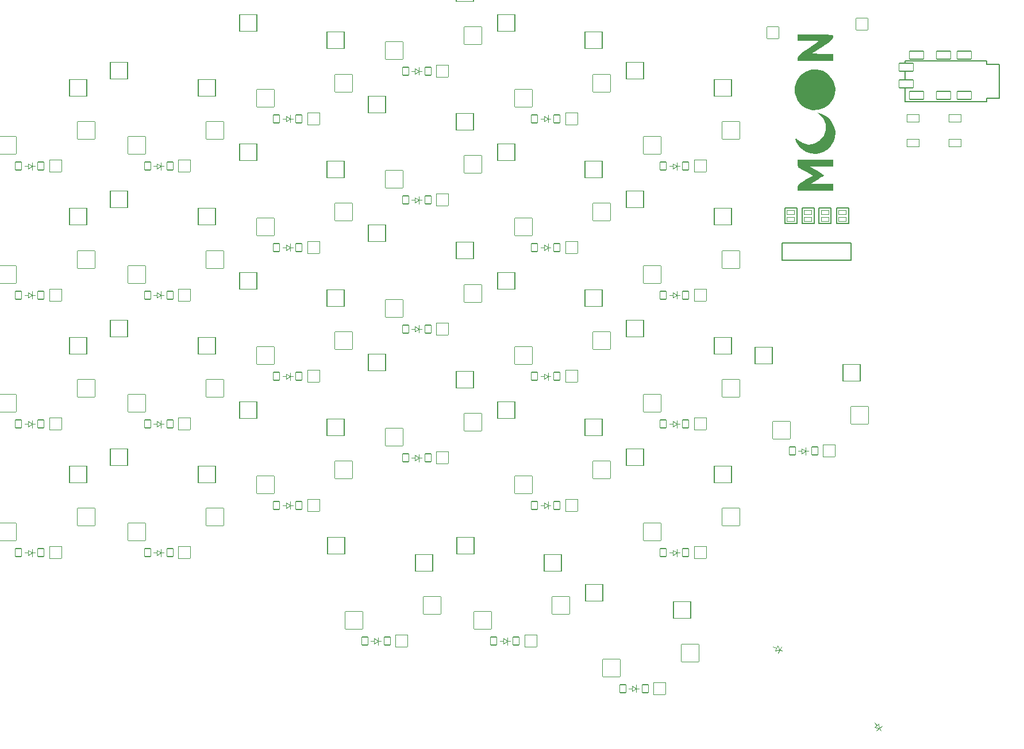
<source format=gbr>
%TF.GenerationSoftware,KiCad,Pcbnew,(6.0.10)*%
%TF.CreationDate,2023-02-13T20:56:48+01:00*%
%TF.ProjectId,insequor58_Moon60NOi2c,696e7365-7175-46f7-9235-38484d6f6f6e,v1.0.0*%
%TF.SameCoordinates,Original*%
%TF.FileFunction,Legend,Top*%
%TF.FilePolarity,Positive*%
%FSLAX46Y46*%
G04 Gerber Fmt 4.6, Leading zero omitted, Abs format (unit mm)*
G04 Created by KiCad (PCBNEW (6.0.10)) date 2023-02-13 20:56:48*
%MOMM*%
%LPD*%
G01*
G04 APERTURE LIST*
G04 Aperture macros list*
%AMRoundRect*
0 Rectangle with rounded corners*
0 $1 Rounding radius*
0 $2 $3 $4 $5 $6 $7 $8 $9 X,Y pos of 4 corners*
0 Add a 4 corners polygon primitive as box body*
4,1,4,$2,$3,$4,$5,$6,$7,$8,$9,$2,$3,0*
0 Add four circle primitives for the rounded corners*
1,1,$1+$1,$2,$3*
1,1,$1+$1,$4,$5*
1,1,$1+$1,$6,$7*
1,1,$1+$1,$8,$9*
0 Add four rect primitives between the rounded corners*
20,1,$1+$1,$2,$3,$4,$5,0*
20,1,$1+$1,$4,$5,$6,$7,0*
20,1,$1+$1,$6,$7,$8,$9,0*
20,1,$1+$1,$8,$9,$2,$3,0*%
G04 Aperture macros list end*
%ADD10C,0.150000*%
%ADD11C,0.100000*%
%ADD12C,1.397000*%
%ADD13C,1.200000*%
%ADD14R,2.100000X1.200000*%
%ADD15R,1.752600X1.752600*%
%ADD16C,1.752600*%
%ADD17RoundRect,0.050000X-0.900000X-0.550000X0.900000X-0.550000X0.900000X0.550000X-0.900000X0.550000X0*%
%ADD18C,4.087800*%
%ADD19C,1.801800*%
%ADD20C,3.100000*%
%ADD21RoundRect,0.050000X1.275000X1.250000X-1.275000X1.250000X-1.275000X-1.250000X1.275000X-1.250000X0*%
%ADD22C,1.497000*%
%ADD23C,3.529000*%
%ADD24RoundRect,0.050000X1.300000X1.300000X-1.300000X1.300000X-1.300000X-1.300000X1.300000X-1.300000X0*%
%ADD25RoundRect,0.050000X0.571500X-0.317500X0.571500X0.317500X-0.571500X0.317500X-0.571500X-0.317500X0*%
%ADD26C,2.005000*%
%ADD27RoundRect,0.050000X0.748881X0.040953X0.170372X0.730393X-0.748881X-0.040953X-0.170372X-0.730393X0*%
%ADD28RoundRect,0.050000X1.252452X-0.109575X0.109575X1.252452X-1.252452X0.109575X-0.109575X-1.252452X0*%
%ADD29C,3.600000*%
%ADD30RoundRect,0.050000X1.727604X0.628796X-0.628796X1.727604X-1.727604X-0.628796X0.628796X-1.727604X0*%
%ADD31RoundRect,0.050000X1.831482X-0.160234X0.160234X1.831482X-1.831482X0.160234X-0.160234X-1.831482X0*%
%ADD32RoundRect,0.050000X0.661409X0.353606X-0.154268X0.733963X-0.661409X-0.353606X0.154268X-0.733963X0*%
%ADD33RoundRect,0.050000X1.181415X0.430000X-0.430000X1.181415X-1.181415X-0.430000X0.430000X-1.181415X0*%
%ADD34C,1.300000*%
%ADD35RoundRect,0.050000X-1.050000X0.600000X-1.050000X-0.600000X1.050000X-0.600000X1.050000X0.600000X0*%
%ADD36RoundRect,0.050000X1.683815X0.594046X-0.627270X1.671723X-1.683815X-0.594046X0.627270X-1.671723X0*%
%ADD37RoundRect,0.050000X-0.876300X0.876300X-0.876300X-0.876300X0.876300X-0.876300X0.876300X0.876300X0*%
%ADD38C,1.852600*%
%ADD39RoundRect,0.050000X1.777110X-0.173222X0.138001X1.780191X-1.777110X0.173222X-0.138001X-1.780191X0*%
%ADD40RoundRect,0.050000X0.450000X0.600000X-0.450000X0.600000X-0.450000X-0.600000X0.450000X-0.600000X0*%
%ADD41RoundRect,0.050000X0.889000X0.889000X-0.889000X0.889000X-0.889000X-0.889000X0.889000X-0.889000X0*%
G04 APERTURE END LIST*
D10*
%TO.C,J3*%
X241837874Y-125794604D02*
X251997874Y-125794604D01*
X241837874Y-128334604D02*
X241837874Y-125794604D01*
X251997874Y-125794604D02*
X251997874Y-128334604D01*
X241837874Y-128334604D02*
X251997874Y-128334604D01*
%TO.C,JP6*%
X248997849Y-122912111D02*
X247219849Y-122912111D01*
X248997849Y-120626111D02*
X248997849Y-122912111D01*
X247219849Y-122912111D02*
X247219849Y-120626111D01*
X247219849Y-120626111D02*
X248997849Y-120626111D01*
D11*
%TO.C,D30*%
X255730583Y-196862718D02*
X255409189Y-196479696D01*
X256116256Y-197322345D02*
X256537580Y-196968811D01*
X256373371Y-197628762D02*
X256116256Y-197322345D01*
X256116256Y-197322345D02*
X255424165Y-197119833D01*
X256116256Y-197322345D02*
X255694931Y-197675878D01*
X255424165Y-197119833D02*
X256037001Y-196605603D01*
X256037001Y-196605603D02*
X256116256Y-197322345D01*
D10*
%TO.C,JP5*%
X249827848Y-120626111D02*
X251605848Y-120626111D01*
X251605848Y-120626111D02*
X251605848Y-122912111D01*
X249827848Y-122912111D02*
X249827848Y-120626111D01*
X251605848Y-122912111D02*
X249827848Y-122912111D01*
%TO.C,JP8*%
X242219849Y-120626111D02*
X243997849Y-120626111D01*
X243997849Y-122912111D02*
X242219849Y-122912111D01*
X242219849Y-122912111D02*
X242219849Y-120626111D01*
X243997849Y-120626111D02*
X243997849Y-122912111D01*
D11*
%TO.C,D29*%
X241473644Y-185744686D02*
X241706084Y-185246217D01*
X241473644Y-185744686D02*
X241241204Y-186243156D01*
X241473644Y-185744686D02*
X240760812Y-185853639D01*
X240929859Y-185491115D02*
X240476705Y-185279806D01*
X241836167Y-185913734D02*
X241473644Y-185744686D01*
X240760812Y-185853639D02*
X241098906Y-185128592D01*
X241098906Y-185128592D02*
X241473644Y-185744686D01*
D10*
%TO.C,J2*%
X259897619Y-98920787D02*
X271897619Y-98920787D01*
X271897619Y-104420787D02*
X273797619Y-104420787D01*
X271897619Y-99420787D02*
X273797619Y-99420787D01*
X271897619Y-104920787D02*
X271897619Y-104420787D01*
X271897619Y-98920787D02*
X271897619Y-99420787D01*
X259897619Y-104920787D02*
X259897619Y-98920787D01*
X273797619Y-99420787D02*
X273797619Y-104420787D01*
X271897619Y-104920787D02*
X259897619Y-104920787D01*
%TO.C,G\u002A\u002A\u002A*%
G36*
X247710002Y-95058155D02*
G01*
X248414641Y-95067005D01*
X248879907Y-95090565D01*
X249155445Y-95136044D01*
X249290902Y-95210652D01*
X249335925Y-95321597D01*
X249340200Y-95437807D01*
X249270463Y-95661182D01*
X249034417Y-95930365D01*
X248590452Y-96282468D01*
X247896961Y-96754601D01*
X247773867Y-96834807D01*
X246208342Y-97850807D01*
X247774676Y-97899495D01*
X249341009Y-97948183D01*
X249341009Y-98951474D01*
X244091676Y-98951474D01*
X244091676Y-98520944D01*
X244137632Y-98294006D01*
X244307859Y-98057926D01*
X244650887Y-97768154D01*
X245215250Y-97380140D01*
X245613584Y-97123944D01*
X246237258Y-96715731D01*
X246737639Y-96365086D01*
X247055166Y-96115215D01*
X247137584Y-96018457D01*
X246982045Y-95962869D01*
X246563610Y-95930370D01*
X245957526Y-95925143D01*
X245615287Y-95933790D01*
X244090898Y-95988141D01*
X244091676Y-95056807D01*
X246716342Y-95056807D01*
X247710002Y-95058155D01*
G37*
G36*
X249341009Y-114530141D02*
G01*
X247605342Y-114532752D01*
X245869676Y-114535363D01*
X246928009Y-115135225D01*
X247445006Y-115436187D01*
X247821970Y-115670748D01*
X247984703Y-115792519D01*
X247986342Y-115796895D01*
X247854319Y-115910536D01*
X247508056Y-116149317D01*
X247022265Y-116461737D01*
X247017974Y-116464423D01*
X246049605Y-117070141D01*
X249341009Y-117070141D01*
X249341009Y-118086141D01*
X244091676Y-118086141D01*
X244091676Y-117592715D01*
X244127084Y-117317581D01*
X244274828Y-117085831D01*
X244597186Y-116835324D01*
X245156438Y-116503921D01*
X245216859Y-116470050D01*
X246342043Y-115840811D01*
X245343859Y-115272262D01*
X244822647Y-114985049D01*
X244418079Y-114779934D01*
X244218676Y-114701593D01*
X244134676Y-114551102D01*
X244092752Y-114183878D01*
X244091676Y-114106807D01*
X244091676Y-113514141D01*
X249341009Y-113514141D01*
X249341009Y-114530141D01*
G37*
G36*
X247802726Y-100398162D02*
G01*
X248562631Y-100873673D01*
X249175516Y-101602813D01*
X249298676Y-101825054D01*
X249530472Y-102409689D01*
X249665552Y-102993766D01*
X249679676Y-103184807D01*
X249600528Y-103709903D01*
X249401281Y-104319007D01*
X249298676Y-104544561D01*
X248732287Y-105337199D01*
X248003380Y-105876207D01*
X247173862Y-106161586D01*
X246305641Y-106193334D01*
X245460625Y-105971453D01*
X244700720Y-105495942D01*
X244087835Y-104766802D01*
X243964675Y-104544561D01*
X243642299Y-103624428D01*
X243643759Y-102737138D01*
X243964675Y-101825054D01*
X244531064Y-101032416D01*
X245259971Y-100493408D01*
X246089489Y-100208029D01*
X246957710Y-100176281D01*
X247802726Y-100398162D01*
G37*
G36*
X247737621Y-106816767D02*
G01*
X248243338Y-107064880D01*
X248660026Y-107330047D01*
X248723727Y-107382266D01*
X249110981Y-107877311D01*
X249437788Y-108557028D01*
X249638874Y-109267460D01*
X249672238Y-109619474D01*
X249598095Y-110163931D01*
X249414529Y-110764573D01*
X249361205Y-110889474D01*
X248951138Y-111589763D01*
X248419091Y-112075500D01*
X247773917Y-112407016D01*
X246865560Y-112642969D01*
X245976845Y-112562001D01*
X245271922Y-112286474D01*
X244712098Y-111911755D01*
X244219909Y-111422764D01*
X243874137Y-110912354D01*
X243753009Y-110496249D01*
X243803588Y-110362381D01*
X243992025Y-110467735D01*
X244134009Y-110594677D01*
X244870883Y-111073180D01*
X245690601Y-111248718D01*
X246524012Y-111120971D01*
X247301965Y-110689619D01*
X247397032Y-110609812D01*
X247983251Y-109898688D01*
X248256884Y-109102319D01*
X248214725Y-108273221D01*
X247853568Y-107463911D01*
X247608466Y-107145355D01*
X247077962Y-106541144D01*
X247737621Y-106816767D01*
G37*
%TO.C,JP7*%
X244719849Y-122912111D02*
X244719849Y-120626111D01*
X246497849Y-122912111D02*
X244719849Y-122912111D01*
X246497849Y-120626111D02*
X246497849Y-122912111D01*
X244719849Y-120626111D02*
X246497849Y-120626111D01*
D11*
%TO.C,D22*%
X225710000Y-152840000D02*
X226310000Y-152440000D01*
X225710000Y-152040000D02*
X225710000Y-152840000D01*
X226710000Y-152440000D02*
X226310000Y-152440000D01*
X226310000Y-152440000D02*
X226310000Y-151890000D01*
X226310000Y-152440000D02*
X225710000Y-152040000D01*
X226310000Y-152440000D02*
X226310000Y-152990000D01*
X225710000Y-152440000D02*
X225210000Y-152440000D01*
%TO.C,D18*%
X206710000Y-145440000D02*
X206210000Y-145440000D01*
X207310000Y-145440000D02*
X206710000Y-145040000D01*
X207710000Y-145440000D02*
X207310000Y-145440000D01*
X207310000Y-145440000D02*
X207310000Y-145990000D01*
X206710000Y-145840000D02*
X207310000Y-145440000D01*
X207310000Y-145440000D02*
X207310000Y-144890000D01*
X206710000Y-145040000D02*
X206710000Y-145840000D01*
%TO.C,D8*%
X149710000Y-114040000D02*
X149710000Y-114840000D01*
X150310000Y-114440000D02*
X150310000Y-114990000D01*
X149710000Y-114440000D02*
X149210000Y-114440000D01*
X150310000Y-114440000D02*
X149710000Y-114040000D01*
X150710000Y-114440000D02*
X150310000Y-114440000D01*
X150310000Y-114440000D02*
X150310000Y-113890000D01*
X149710000Y-114840000D02*
X150310000Y-114440000D01*
%TO.C,D3*%
X131710000Y-133440000D02*
X131310000Y-133440000D01*
X131310000Y-133440000D02*
X131310000Y-132890000D01*
X130710000Y-133440000D02*
X130210000Y-133440000D01*
X131310000Y-133440000D02*
X131310000Y-133990000D01*
X131310000Y-133440000D02*
X130710000Y-133040000D01*
X130710000Y-133040000D02*
X130710000Y-133840000D01*
X130710000Y-133840000D02*
X131310000Y-133440000D01*
%TO.C,D25*%
X181710000Y-184840000D02*
X182310000Y-184440000D01*
X182310000Y-184440000D02*
X182310000Y-184990000D01*
X181710000Y-184440000D02*
X181210000Y-184440000D01*
X182710000Y-184440000D02*
X182310000Y-184440000D01*
X182310000Y-184440000D02*
X182310000Y-183890000D01*
X182310000Y-184440000D02*
X181710000Y-184040000D01*
X181710000Y-184040000D02*
X181710000Y-184840000D01*
%TO.C,D17*%
X207310000Y-164440000D02*
X206710000Y-164040000D01*
X206710000Y-164440000D02*
X206210000Y-164440000D01*
X207310000Y-164440000D02*
X207310000Y-163890000D01*
X206710000Y-164040000D02*
X206710000Y-164840000D01*
X207310000Y-164440000D02*
X207310000Y-164990000D01*
X207710000Y-164440000D02*
X207310000Y-164440000D01*
X206710000Y-164840000D02*
X207310000Y-164440000D01*
%TO.C,D27*%
X220310000Y-191440000D02*
X220310000Y-190890000D01*
X219710000Y-191040000D02*
X219710000Y-191840000D01*
X220710000Y-191440000D02*
X220310000Y-191440000D01*
X220310000Y-191440000D02*
X219710000Y-191040000D01*
X219710000Y-191840000D02*
X220310000Y-191440000D01*
X220310000Y-191440000D02*
X220310000Y-191990000D01*
X219710000Y-191440000D02*
X219210000Y-191440000D01*
%TO.C,D2*%
X131310000Y-152440000D02*
X131310000Y-152990000D01*
X130710000Y-152040000D02*
X130710000Y-152840000D01*
X131310000Y-152440000D02*
X130710000Y-152040000D01*
X131710000Y-152440000D02*
X131310000Y-152440000D01*
X130710000Y-152440000D02*
X130210000Y-152440000D01*
X131310000Y-152440000D02*
X131310000Y-151890000D01*
X130710000Y-152840000D02*
X131310000Y-152440000D01*
%TO.C,D5*%
X149710000Y-171440000D02*
X149210000Y-171440000D01*
X150710000Y-171440000D02*
X150310000Y-171440000D01*
X150310000Y-171440000D02*
X149710000Y-171040000D01*
X150310000Y-171440000D02*
X150310000Y-170890000D01*
X149710000Y-171040000D02*
X149710000Y-171840000D01*
X149710000Y-171840000D02*
X150310000Y-171440000D01*
X150310000Y-171440000D02*
X150310000Y-171990000D01*
%TO.C,D20*%
X206710000Y-107040000D02*
X206710000Y-107840000D01*
X206710000Y-107840000D02*
X207310000Y-107440000D01*
X207310000Y-107440000D02*
X207310000Y-107990000D01*
X207310000Y-107440000D02*
X206710000Y-107040000D01*
X207310000Y-107440000D02*
X207310000Y-106890000D01*
X206710000Y-107440000D02*
X206210000Y-107440000D01*
X207710000Y-107440000D02*
X207310000Y-107440000D01*
%TO.C,D19*%
X206710000Y-126840000D02*
X207310000Y-126440000D01*
X207310000Y-126440000D02*
X206710000Y-126040000D01*
X207310000Y-126440000D02*
X207310000Y-126990000D01*
X206710000Y-126040000D02*
X206710000Y-126840000D01*
X206710000Y-126440000D02*
X206210000Y-126440000D01*
X207710000Y-126440000D02*
X207310000Y-126440000D01*
X207310000Y-126440000D02*
X207310000Y-125890000D01*
%TO.C,D7*%
X149710000Y-133440000D02*
X149210000Y-133440000D01*
X150310000Y-133440000D02*
X150310000Y-133990000D01*
X150710000Y-133440000D02*
X150310000Y-133440000D01*
X149710000Y-133040000D02*
X149710000Y-133840000D01*
X149710000Y-133840000D02*
X150310000Y-133440000D01*
X150310000Y-133440000D02*
X150310000Y-132890000D01*
X150310000Y-133440000D02*
X149710000Y-133040000D01*
%TO.C,D24*%
X226310000Y-114440000D02*
X226310000Y-114990000D01*
X226310000Y-114440000D02*
X225710000Y-114040000D01*
X226310000Y-114440000D02*
X226310000Y-113890000D01*
X225710000Y-114840000D02*
X226310000Y-114440000D01*
X226710000Y-114440000D02*
X226310000Y-114440000D01*
X225710000Y-114440000D02*
X225210000Y-114440000D01*
X225710000Y-114040000D02*
X225710000Y-114840000D01*
%TO.C,D6*%
X150710000Y-152440000D02*
X150310000Y-152440000D01*
X149710000Y-152440000D02*
X149210000Y-152440000D01*
X149710000Y-152840000D02*
X150310000Y-152440000D01*
X150310000Y-152440000D02*
X150310000Y-151890000D01*
X150310000Y-152440000D02*
X149710000Y-152040000D01*
X150310000Y-152440000D02*
X150310000Y-152990000D01*
X149710000Y-152040000D02*
X149710000Y-152840000D01*
%TO.C,D4*%
X130710000Y-114440000D02*
X130210000Y-114440000D01*
X130710000Y-114840000D02*
X131310000Y-114440000D01*
X131310000Y-114440000D02*
X131310000Y-114990000D01*
X130710000Y-114040000D02*
X130710000Y-114840000D01*
X131310000Y-114440000D02*
X130710000Y-114040000D01*
X131310000Y-114440000D02*
X131310000Y-113890000D01*
X131710000Y-114440000D02*
X131310000Y-114440000D01*
%TO.C,D23*%
X226310000Y-133440000D02*
X226310000Y-133990000D01*
X225710000Y-133840000D02*
X226310000Y-133440000D01*
X225710000Y-133440000D02*
X225210000Y-133440000D01*
X225710000Y-133040000D02*
X225710000Y-133840000D01*
X226310000Y-133440000D02*
X226310000Y-132890000D01*
X226310000Y-133440000D02*
X225710000Y-133040000D01*
X226710000Y-133440000D02*
X226310000Y-133440000D01*
%TO.C,D11*%
X168710000Y-126840000D02*
X169310000Y-126440000D01*
X168710000Y-126440000D02*
X168210000Y-126440000D01*
X168710000Y-126040000D02*
X168710000Y-126840000D01*
X169310000Y-126440000D02*
X168710000Y-126040000D01*
X169310000Y-126440000D02*
X169310000Y-125890000D01*
X169310000Y-126440000D02*
X169310000Y-126990000D01*
X169710000Y-126440000D02*
X169310000Y-126440000D01*
%TO.C,D21*%
X225710000Y-171840000D02*
X226310000Y-171440000D01*
X226310000Y-171440000D02*
X225710000Y-171040000D01*
X225710000Y-171440000D02*
X225210000Y-171440000D01*
X226710000Y-171440000D02*
X226310000Y-171440000D01*
X226310000Y-171440000D02*
X226310000Y-171990000D01*
X226310000Y-171440000D02*
X226310000Y-170890000D01*
X225710000Y-171040000D02*
X225710000Y-171840000D01*
%TO.C,D10*%
X168710000Y-145440000D02*
X168210000Y-145440000D01*
X168710000Y-145840000D02*
X169310000Y-145440000D01*
X169310000Y-145440000D02*
X168710000Y-145040000D01*
X168710000Y-145040000D02*
X168710000Y-145840000D01*
X169710000Y-145440000D02*
X169310000Y-145440000D01*
X169310000Y-145440000D02*
X169310000Y-144890000D01*
X169310000Y-145440000D02*
X169310000Y-145990000D01*
%TO.C,D1*%
X130710000Y-171840000D02*
X131310000Y-171440000D01*
X130710000Y-171440000D02*
X130210000Y-171440000D01*
X131310000Y-171440000D02*
X131310000Y-171990000D01*
X130710000Y-171040000D02*
X130710000Y-171840000D01*
X131310000Y-171440000D02*
X130710000Y-171040000D01*
X131710000Y-171440000D02*
X131310000Y-171440000D01*
X131310000Y-171440000D02*
X131310000Y-170890000D01*
%TO.C,D12*%
X168710000Y-107040000D02*
X168710000Y-107840000D01*
X168710000Y-107440000D02*
X168210000Y-107440000D01*
X168710000Y-107840000D02*
X169310000Y-107440000D01*
X169310000Y-107440000D02*
X168710000Y-107040000D01*
X169310000Y-107440000D02*
X169310000Y-107990000D01*
X169310000Y-107440000D02*
X169310000Y-106890000D01*
X169710000Y-107440000D02*
X169310000Y-107440000D01*
%TO.C,D9*%
X169310000Y-164440000D02*
X169310000Y-163890000D01*
X168710000Y-164040000D02*
X168710000Y-164840000D01*
X168710000Y-164840000D02*
X169310000Y-164440000D01*
X169310000Y-164440000D02*
X169310000Y-164990000D01*
X169310000Y-164440000D02*
X168710000Y-164040000D01*
X168710000Y-164440000D02*
X168210000Y-164440000D01*
X169710000Y-164440000D02*
X169310000Y-164440000D01*
%TO.C,D13*%
X187710000Y-157440000D02*
X187210000Y-157440000D01*
X188310000Y-157440000D02*
X188310000Y-156890000D01*
X187710000Y-157040000D02*
X187710000Y-157840000D01*
X188710000Y-157440000D02*
X188310000Y-157440000D01*
X188310000Y-157440000D02*
X187710000Y-157040000D01*
X187710000Y-157840000D02*
X188310000Y-157440000D01*
X188310000Y-157440000D02*
X188310000Y-157990000D01*
%TO.C,D26*%
X200710000Y-184840000D02*
X201310000Y-184440000D01*
X200710000Y-184040000D02*
X200710000Y-184840000D01*
X201710000Y-184440000D02*
X201310000Y-184440000D01*
X201310000Y-184440000D02*
X201310000Y-183890000D01*
X201310000Y-184440000D02*
X200710000Y-184040000D01*
X201310000Y-184440000D02*
X201310000Y-184990000D01*
X200710000Y-184440000D02*
X200210000Y-184440000D01*
%TO.C,D15*%
X188310000Y-119440000D02*
X188310000Y-118890000D01*
X187710000Y-119440000D02*
X187210000Y-119440000D01*
X187710000Y-119840000D02*
X188310000Y-119440000D01*
X188310000Y-119440000D02*
X187710000Y-119040000D01*
X188310000Y-119440000D02*
X188310000Y-119990000D01*
X188710000Y-119440000D02*
X188310000Y-119440000D01*
X187710000Y-119040000D02*
X187710000Y-119840000D01*
%TO.C,D28*%
X244710000Y-156440000D02*
X244210000Y-156440000D01*
X245310000Y-156440000D02*
X245310000Y-156990000D01*
X244710000Y-156840000D02*
X245310000Y-156440000D01*
X245710000Y-156440000D02*
X245310000Y-156440000D01*
X245310000Y-156440000D02*
X244710000Y-156040000D01*
X244710000Y-156040000D02*
X244710000Y-156840000D01*
X245310000Y-156440000D02*
X245310000Y-155890000D01*
%TO.C,D14*%
X188310000Y-138440000D02*
X188310000Y-138990000D01*
X187710000Y-138040000D02*
X187710000Y-138840000D01*
X187710000Y-138440000D02*
X187210000Y-138440000D01*
X188310000Y-138440000D02*
X188310000Y-137890000D01*
X188310000Y-138440000D02*
X187710000Y-138040000D01*
X187710000Y-138840000D02*
X188310000Y-138440000D01*
X188710000Y-138440000D02*
X188310000Y-138440000D01*
%TO.C,D16*%
X188310000Y-100440000D02*
X188310000Y-100990000D01*
X188710000Y-100440000D02*
X188310000Y-100440000D01*
X188310000Y-100440000D02*
X188310000Y-99890000D01*
X187710000Y-100840000D02*
X188310000Y-100440000D01*
X187710000Y-100040000D02*
X187710000Y-100840000D01*
X188310000Y-100440000D02*
X187710000Y-100040000D01*
X187710000Y-100440000D02*
X187210000Y-100440000D01*
%TD*%
D12*
%TO.C,J3*%
X243107874Y-127064604D03*
X245647874Y-127064604D03*
X248187874Y-127064604D03*
X250727874Y-127064604D03*
%TD*%
D13*
%TO.C,J2*%
X270397619Y-100170787D03*
X263397619Y-100170787D03*
X270397619Y-101920787D03*
X263397619Y-101920787D03*
D14*
X261597619Y-104020787D03*
X261597619Y-98070787D03*
X265597619Y-104020787D03*
X265597619Y-98070787D03*
X268597619Y-104020787D03*
X268597619Y-98070787D03*
X260097619Y-99820787D03*
X260097619Y-102270787D03*
%TD*%
D15*
%TO.C,MCU2*%
X240429495Y-94768135D03*
D16*
X240429495Y-97308135D03*
X240429495Y-99848135D03*
X240429495Y-102388135D03*
X240429495Y-104928135D03*
X240429495Y-107468135D03*
X240429495Y-110008135D03*
X240429495Y-112548135D03*
X240429495Y-115088135D03*
X240429495Y-117628135D03*
X240429495Y-120168135D03*
X240429495Y-122708135D03*
X255669495Y-94768135D03*
X255669495Y-97308135D03*
X255669495Y-99848135D03*
X255669495Y-102388135D03*
X255669495Y-104928135D03*
X255669495Y-107468135D03*
X255669495Y-110008135D03*
X255669495Y-112548135D03*
X255669495Y-115088135D03*
X255669495Y-117628135D03*
X255669495Y-120168135D03*
X255669495Y-122708135D03*
%TD*%
D15*
%TO.C,MCU1*%
X253580000Y-93470000D03*
D16*
X253580000Y-96010000D03*
X253580000Y-98550000D03*
X253580000Y-101090000D03*
X253580000Y-103630000D03*
X253580000Y-106170000D03*
X253580000Y-108710000D03*
X253580000Y-111250000D03*
X253580000Y-113790000D03*
X253580000Y-116330000D03*
X253580000Y-118870000D03*
X253580000Y-121410000D03*
X238340000Y-93470000D03*
X238340000Y-96010000D03*
X238340000Y-98550000D03*
X238340000Y-101090000D03*
X238340000Y-103630000D03*
X238340000Y-106170000D03*
X238340000Y-108710000D03*
X238340000Y-111250000D03*
X238340000Y-113790000D03*
X238340000Y-116330000D03*
X238340000Y-118870000D03*
X238340000Y-121410000D03*
%TD*%
%LPC*%
%TO.C,G\u002A\u002A\u002A*%
G36*
X252221333Y-137025709D02*
G01*
X252241128Y-137058483D01*
X252235507Y-137078659D01*
X252226857Y-137138860D01*
X252219619Y-137260985D01*
X252214429Y-137428806D01*
X252211922Y-137626098D01*
X252211788Y-137684351D01*
X252211394Y-137899808D01*
X252208908Y-138049192D01*
X252202375Y-138144586D01*
X252189842Y-138198072D01*
X252169352Y-138221731D01*
X252138951Y-138227645D01*
X252123865Y-138227750D01*
X252072111Y-138211318D01*
X252009565Y-138156193D01*
X251927702Y-138052816D01*
X251817999Y-137891629D01*
X251801480Y-137866288D01*
X251567019Y-137505309D01*
X251555783Y-137866771D01*
X251544547Y-138228232D01*
X251438552Y-138228288D01*
X251332557Y-138228345D01*
X251344237Y-137622596D01*
X251349032Y-137393262D01*
X251354370Y-137230643D01*
X251362098Y-137123311D01*
X251374064Y-137059838D01*
X251392113Y-137028797D01*
X251418093Y-137018759D01*
X251441929Y-137018109D01*
X251491906Y-137035235D01*
X251552605Y-137091517D01*
X251631976Y-137196392D01*
X251737967Y-137359299D01*
X251762403Y-137398614D01*
X251996865Y-137777857D01*
X252008049Y-137397352D01*
X252019233Y-137016848D01*
X252139230Y-137016848D01*
X252221333Y-137025709D01*
G37*
G36*
X253840388Y-137283397D02*
G01*
X253950917Y-137133487D01*
X254025276Y-137074221D01*
X254196609Y-137003336D01*
X254374383Y-136999488D01*
X254539632Y-137057858D01*
X254673389Y-137173628D01*
X254722419Y-137251309D01*
X254773489Y-137412512D01*
X254791558Y-137604158D01*
X254776971Y-137794775D01*
X254730071Y-137952893D01*
X254714430Y-137981878D01*
X254581761Y-138135569D01*
X254417043Y-138223876D01*
X254232435Y-138241614D01*
X254144628Y-138224775D01*
X253987110Y-138143455D01*
X253870088Y-138010421D01*
X253795233Y-137841784D01*
X253764217Y-137653659D01*
X253764880Y-137644904D01*
X253992640Y-137644904D01*
X254019955Y-137809413D01*
X254087831Y-137934586D01*
X254183237Y-138012730D01*
X254293145Y-138036157D01*
X254404527Y-137997173D01*
X254475413Y-137929885D01*
X254535653Y-137808347D01*
X254559659Y-137659787D01*
X254550433Y-137505628D01*
X254510979Y-137367290D01*
X254444297Y-137266195D01*
X254376948Y-137227373D01*
X254230157Y-137223681D01*
X254112524Y-137287049D01*
X254031402Y-137409488D01*
X253994147Y-137583008D01*
X253992640Y-137644904D01*
X253764880Y-137644904D01*
X253778712Y-137462159D01*
X253840388Y-137283397D01*
G37*
G36*
X250871816Y-129411542D02*
G01*
X250848103Y-129436759D01*
X250775098Y-129490801D01*
X250689252Y-129548418D01*
X250411397Y-129772923D01*
X250172657Y-130054862D01*
X249980375Y-130380266D01*
X249841890Y-130735166D01*
X249764545Y-131105593D01*
X249750519Y-131334674D01*
X249772306Y-131596801D01*
X249832711Y-131885848D01*
X249922574Y-132166885D01*
X250029907Y-132400013D01*
X250118361Y-132533013D01*
X250241897Y-132689321D01*
X250377353Y-132840126D01*
X250411479Y-132874694D01*
X250720199Y-133128433D01*
X251059263Y-133315346D01*
X251419470Y-133436019D01*
X251791620Y-133491036D01*
X252166513Y-133480984D01*
X252534947Y-133406447D01*
X252887723Y-133268010D01*
X253215640Y-133066259D01*
X253509496Y-132801779D01*
X253621848Y-132670487D01*
X253710684Y-132566575D01*
X253760952Y-132528815D01*
X253774342Y-132548800D01*
X253757685Y-132646213D01*
X253714032Y-132792646D01*
X253651419Y-132967255D01*
X253577885Y-133149198D01*
X253501465Y-133317633D01*
X253430198Y-133451717D01*
X253419422Y-133469204D01*
X253286952Y-133653761D01*
X253120295Y-133850577D01*
X252940718Y-134036845D01*
X252769491Y-134189757D01*
X252695983Y-134244976D01*
X252535408Y-134355800D01*
X251156830Y-134367477D01*
X249778251Y-134379155D01*
X249637096Y-134286091D01*
X249361265Y-134066725D01*
X249101015Y-133788899D01*
X248871919Y-133472306D01*
X248689551Y-133136640D01*
X248644627Y-133031001D01*
X248518659Y-132612510D01*
X248466045Y-132190482D01*
X248482751Y-131772286D01*
X248564742Y-131365293D01*
X248707984Y-130976872D01*
X248908442Y-130614394D01*
X249162082Y-130285228D01*
X249464869Y-129996746D01*
X249812768Y-129756316D01*
X250201746Y-129571309D01*
X250602639Y-129454228D01*
X250733854Y-129428636D01*
X250830503Y-129413294D01*
X250871777Y-129411505D01*
X250871816Y-129411542D01*
G37*
G36*
X247217568Y-137024141D02*
G01*
X247295120Y-137042357D01*
X247359782Y-137090365D01*
X247430059Y-137184734D01*
X247471091Y-137251150D01*
X247542094Y-137363762D01*
X247600112Y-137445204D01*
X247630175Y-137476053D01*
X247662635Y-137449651D01*
X247718955Y-137370664D01*
X247787157Y-137255960D01*
X247789605Y-137251520D01*
X247861727Y-137126399D01*
X247916387Y-137055866D01*
X247970872Y-137024504D01*
X248042466Y-137016896D01*
X248052741Y-137016848D01*
X248186865Y-137016848D01*
X248186865Y-138228232D01*
X247955137Y-138228232D01*
X247944001Y-137827694D01*
X247932865Y-137427155D01*
X247796845Y-137671386D01*
X247727499Y-137791049D01*
X247671888Y-137878121D01*
X247641127Y-137915307D01*
X247639897Y-137915617D01*
X247610686Y-137884805D01*
X247554232Y-137804034D01*
X247482840Y-137690924D01*
X247346711Y-137466232D01*
X247335527Y-137847232D01*
X247324342Y-138228232D01*
X247092711Y-138228232D01*
X247092711Y-137011896D01*
X247217568Y-137024141D01*
G37*
G36*
X252556614Y-137433657D02*
G01*
X252647494Y-137240766D01*
X252788412Y-137097093D01*
X252970737Y-137010381D01*
X253185839Y-136988372D01*
X253271266Y-136998053D01*
X253370574Y-137021873D01*
X253413867Y-137060679D01*
X253423172Y-137130959D01*
X253419510Y-137192054D01*
X253395723Y-137221985D01*
X253332612Y-137228813D01*
X253210981Y-137220604D01*
X253209942Y-137220518D01*
X253081243Y-137214164D01*
X252998226Y-137228430D01*
X252929190Y-137272978D01*
X252877788Y-137321758D01*
X252799587Y-137410846D01*
X252762443Y-137474970D01*
X252768740Y-137503224D01*
X252820863Y-137484702D01*
X252845713Y-137468448D01*
X252946226Y-137428675D01*
X253090334Y-137408698D01*
X253133462Y-137407617D01*
X253320536Y-137434080D01*
X253450306Y-137513645D01*
X253523058Y-137646578D01*
X253540403Y-137788084D01*
X253529898Y-137911600D01*
X253487084Y-138005103D01*
X253407542Y-138095371D01*
X253312609Y-138174629D01*
X253225429Y-138222153D01*
X253195815Y-138228232D01*
X253103403Y-138234997D01*
X253064907Y-138242284D01*
X252987194Y-138246528D01*
X252918038Y-138238661D01*
X252750881Y-138170679D01*
X252625242Y-138042308D01*
X252547681Y-137863059D01*
X252542633Y-137820761D01*
X252758865Y-137820761D01*
X252793089Y-137915158D01*
X252880226Y-137985042D01*
X252996970Y-138023187D01*
X253120017Y-138022372D01*
X253226062Y-137975372D01*
X253234480Y-137968176D01*
X253290178Y-137876159D01*
X253303506Y-137762508D01*
X253271570Y-137664704D01*
X253259049Y-137649894D01*
X253172191Y-137609914D01*
X253055085Y-137611638D01*
X252932112Y-137646738D01*
X252827651Y-137706886D01*
X252766084Y-137783752D01*
X252758865Y-137820761D01*
X252542633Y-137820761D01*
X252524403Y-137668024D01*
X252556614Y-137433657D01*
G37*
G36*
X249955134Y-137266087D02*
G01*
X250089789Y-137123204D01*
X250259551Y-137026658D01*
X250454223Y-136989055D01*
X250552333Y-136995464D01*
X250753304Y-137060802D01*
X250911562Y-137181435D01*
X251020439Y-137343315D01*
X251073264Y-137532389D01*
X251063369Y-137734609D01*
X250992122Y-137921996D01*
X250857238Y-138089499D01*
X250681828Y-138199158D01*
X250482079Y-138244734D01*
X250274176Y-138219988D01*
X250244467Y-138210246D01*
X250048431Y-138105734D01*
X249913211Y-137955020D01*
X249863772Y-137846699D01*
X249831929Y-137640440D01*
X249836997Y-137610839D01*
X250101634Y-137610839D01*
X250131492Y-137792894D01*
X250213288Y-137927738D01*
X250335357Y-138007637D01*
X250486034Y-138024853D01*
X250649216Y-137973971D01*
X250752929Y-137880686D01*
X250810444Y-137746867D01*
X250822556Y-137594427D01*
X250790065Y-137445277D01*
X250713770Y-137321326D01*
X250623041Y-137255625D01*
X250462182Y-137214222D01*
X250319139Y-137248006D01*
X250215859Y-137326457D01*
X250136443Y-137426419D01*
X250104863Y-137536722D01*
X250101634Y-137610839D01*
X249836997Y-137610839D01*
X249865781Y-137442701D01*
X249955134Y-137266087D01*
G37*
G36*
X252606257Y-135933141D02*
G01*
X252950345Y-135938803D01*
X253279404Y-135948621D01*
X253577858Y-135962332D01*
X253830127Y-135979677D01*
X254020636Y-136000393D01*
X254028015Y-136001476D01*
X254213031Y-136036004D01*
X254321902Y-136071882D01*
X254354269Y-136107279D01*
X254309771Y-136140366D01*
X254188050Y-136169314D01*
X254064169Y-136185373D01*
X253942946Y-136204105D01*
X253894418Y-136225320D01*
X253913328Y-136245879D01*
X253994420Y-136262640D01*
X254132439Y-136272465D01*
X254212174Y-136273788D01*
X254376520Y-136278532D01*
X254466696Y-136290290D01*
X254486122Y-136306735D01*
X254438223Y-136325545D01*
X254326421Y-136344394D01*
X254154138Y-136360958D01*
X254076374Y-136366007D01*
X253898712Y-136373196D01*
X253659150Y-136378493D01*
X253373922Y-136381923D01*
X253059257Y-136383508D01*
X252731388Y-136383272D01*
X252406546Y-136381236D01*
X252100962Y-136377425D01*
X251830868Y-136371862D01*
X251612496Y-136364569D01*
X251567019Y-136362435D01*
X251420213Y-136349547D01*
X251312766Y-136330172D01*
X251253009Y-136308330D01*
X251249272Y-136288043D01*
X251309886Y-136273330D01*
X251373588Y-136269074D01*
X251404017Y-136263741D01*
X251365204Y-136253494D01*
X251265788Y-136239945D01*
X251156776Y-136228599D01*
X250910514Y-136202139D01*
X250735805Y-136175637D01*
X250626060Y-136147627D01*
X250574689Y-136116646D01*
X250568917Y-136097970D01*
X250587486Y-136068772D01*
X250643514Y-136043671D01*
X250745205Y-136021262D01*
X250900766Y-136000141D01*
X251118401Y-135978905D01*
X251391172Y-135957268D01*
X251639598Y-135943697D01*
X251935306Y-135935327D01*
X252262718Y-135931895D01*
X252606257Y-135933141D01*
G37*
G36*
X248548364Y-137266087D02*
G01*
X248683020Y-137123204D01*
X248852782Y-137026658D01*
X249047454Y-136989055D01*
X249145564Y-136995464D01*
X249346535Y-137060802D01*
X249504793Y-137181435D01*
X249613670Y-137343315D01*
X249666495Y-137532389D01*
X249656600Y-137734609D01*
X249585353Y-137921996D01*
X249450468Y-138089499D01*
X249275059Y-138199158D01*
X249075310Y-138244734D01*
X248867407Y-138219988D01*
X248837698Y-138210246D01*
X248641662Y-138105734D01*
X248506442Y-137955020D01*
X248457003Y-137846699D01*
X248425159Y-137640440D01*
X248430227Y-137610839D01*
X248694865Y-137610839D01*
X248724722Y-137792894D01*
X248806519Y-137927738D01*
X248928588Y-138007637D01*
X249079265Y-138024853D01*
X249242446Y-137973971D01*
X249346160Y-137880686D01*
X249403674Y-137746867D01*
X249415787Y-137594427D01*
X249383296Y-137445277D01*
X249307001Y-137321326D01*
X249216271Y-137255625D01*
X249055413Y-137214222D01*
X248912370Y-137248006D01*
X248809090Y-137326457D01*
X248729673Y-137426419D01*
X248698093Y-137536722D01*
X248694865Y-137610839D01*
X248430227Y-137610839D01*
X248459012Y-137442701D01*
X248548364Y-137266087D01*
G37*
G36*
X252592448Y-134444635D02*
G01*
X253116679Y-134450879D01*
X253616954Y-134460722D01*
X254083993Y-134474280D01*
X254185172Y-134477916D01*
X254659654Y-134497587D01*
X255060098Y-134518354D01*
X255386039Y-134540140D01*
X255637012Y-134562865D01*
X255812553Y-134586454D01*
X255912195Y-134610828D01*
X255935475Y-134635909D01*
X255881926Y-134661621D01*
X255751084Y-134687885D01*
X255579191Y-134710535D01*
X255427741Y-134724926D01*
X255220615Y-134740609D01*
X254980239Y-134756082D01*
X254729041Y-134769845D01*
X254606617Y-134775607D01*
X253950711Y-134804562D01*
X254380557Y-134856271D01*
X254689419Y-134899083D01*
X254922323Y-134943752D01*
X255078975Y-134989763D01*
X255159082Y-135036602D01*
X255162349Y-135083754D01*
X255088482Y-135130703D01*
X254937187Y-135176936D01*
X254708170Y-135221937D01*
X254599151Y-135238834D01*
X254386832Y-135266137D01*
X254137909Y-135292616D01*
X253893854Y-135314023D01*
X253800134Y-135320650D01*
X253615544Y-135332868D01*
X253500233Y-135342830D01*
X253445474Y-135353071D01*
X253442541Y-135366131D01*
X253482706Y-135384544D01*
X253526596Y-135400170D01*
X253622846Y-135433059D01*
X253680760Y-135451670D01*
X253686942Y-135453182D01*
X253696507Y-135484038D01*
X253696711Y-135491756D01*
X253658725Y-135536409D01*
X253549081Y-135578734D01*
X253374249Y-135618395D01*
X253140699Y-135655059D01*
X252854902Y-135688389D01*
X252523328Y-135718053D01*
X252152446Y-135743715D01*
X251748728Y-135765040D01*
X251318643Y-135781694D01*
X250868662Y-135793342D01*
X250405254Y-135799650D01*
X249934891Y-135800283D01*
X249464042Y-135794907D01*
X248999177Y-135783186D01*
X248546767Y-135764786D01*
X248481424Y-135761483D01*
X248093700Y-135737420D01*
X247741982Y-135707780D01*
X247432757Y-135673576D01*
X247172511Y-135635817D01*
X246967732Y-135595513D01*
X246824906Y-135553675D01*
X246750520Y-135511314D01*
X246741019Y-135490398D01*
X246778688Y-135450971D01*
X246886106Y-135410995D01*
X247054889Y-135371732D01*
X247276655Y-135334443D01*
X247543017Y-135300389D01*
X247845594Y-135270832D01*
X248176001Y-135247033D01*
X248450634Y-135233156D01*
X248719080Y-135220010D01*
X248912071Y-135205502D01*
X249032301Y-135189132D01*
X249082463Y-135170399D01*
X249065252Y-135148805D01*
X249007480Y-135129833D01*
X248944113Y-135098077D01*
X248929326Y-135072932D01*
X248968276Y-135022912D01*
X249084635Y-134974227D01*
X249277665Y-134927109D01*
X249531348Y-134884015D01*
X249700782Y-134858587D01*
X249842045Y-134836329D01*
X249936705Y-134820204D01*
X249964865Y-134814312D01*
X249939793Y-134809595D01*
X249847408Y-134803178D01*
X249698517Y-134795595D01*
X249503928Y-134787378D01*
X249274451Y-134779061D01*
X249202865Y-134776705D01*
X248875523Y-134764119D01*
X248571333Y-134748490D01*
X248299619Y-134730594D01*
X248069707Y-134711207D01*
X247890922Y-134691106D01*
X247772589Y-134671066D01*
X247725548Y-134653787D01*
X247715993Y-134627554D01*
X247752221Y-134605530D01*
X247843824Y-134584983D01*
X248000398Y-134563181D01*
X248074036Y-134554554D01*
X248327454Y-134531206D01*
X248649711Y-134510293D01*
X249031529Y-134491933D01*
X249463628Y-134476240D01*
X249936727Y-134463332D01*
X250441547Y-134453325D01*
X250968809Y-134446336D01*
X251509233Y-134442480D01*
X252053539Y-134441874D01*
X252592448Y-134444635D01*
G37*
%TD*%
D17*
%TO.C,B1*%
X261060000Y-107370000D03*
X267260000Y-107370000D03*
X261060000Y-111070000D03*
X267260000Y-111070000D03*
%TD*%
D18*
%TO.C,S20*%
X168960000Y-136440000D03*
D19*
X174040000Y-136440000D03*
D20*
X171500000Y-131360000D03*
D19*
X163880000Y-136440000D03*
D20*
X165150000Y-133900000D03*
X172770000Y-133900000D03*
X166420000Y-131360000D03*
D21*
X176045000Y-133900000D03*
X163118000Y-131360000D03*
%TD*%
D22*
%TO.C,J3*%
X243107874Y-127064604D03*
X245647874Y-127064604D03*
X248187874Y-127064604D03*
X250727874Y-127064604D03*
%TD*%
D20*
%TO.C,S30*%
X185420000Y-105360000D03*
X184150000Y-107900000D03*
X190500000Y-105360000D03*
D19*
X182880000Y-110440000D03*
D18*
X187960000Y-110440000D03*
D19*
X193040000Y-110440000D03*
D20*
X191770000Y-107900000D03*
D21*
X195045000Y-107900000D03*
X182118000Y-105360000D03*
%TD*%
D20*
%TO.C,S14*%
X153770000Y-121900000D03*
D19*
X155040000Y-124440000D03*
D20*
X146150000Y-121900000D03*
D18*
X149960000Y-124440000D03*
D19*
X144880000Y-124440000D03*
D20*
X152500000Y-119360000D03*
X147420000Y-119360000D03*
D21*
X157045000Y-121900000D03*
X144118000Y-119360000D03*
%TD*%
D19*
%TO.C,S1*%
X125460000Y-162440000D03*
X136460000Y-162440000D03*
D20*
X130960000Y-168390000D03*
X135960000Y-166190000D03*
X130960000Y-168390000D03*
X125960000Y-166190000D03*
D23*
X130960000Y-162440000D03*
D24*
X127685000Y-168390000D03*
X139235000Y-166190000D03*
%TD*%
D25*
%TO.C,JP6*%
X248108849Y-122269491D03*
X248108849Y-121268731D03*
%TD*%
D20*
%TO.C,S43*%
X220960000Y-147190000D03*
D19*
X231460000Y-143440000D03*
D20*
X225960000Y-149390000D03*
D23*
X225960000Y-143440000D03*
D20*
X225960000Y-149390000D03*
D19*
X220460000Y-143440000D03*
D20*
X230960000Y-147190000D03*
D24*
X222685000Y-149390000D03*
X234235000Y-147190000D03*
%TD*%
D19*
%TO.C,S2*%
X125880000Y-162440000D03*
X136040000Y-162440000D03*
D20*
X127150000Y-159900000D03*
X134770000Y-159900000D03*
X128420000Y-157360000D03*
X133500000Y-157360000D03*
D18*
X130960000Y-162440000D03*
D21*
X138045000Y-159900000D03*
X125118000Y-157360000D03*
%TD*%
D19*
%TO.C,S13*%
X144460000Y-124440000D03*
D20*
X154960000Y-128190000D03*
X149960000Y-130390000D03*
D19*
X155460000Y-124440000D03*
D23*
X149960000Y-124440000D03*
D20*
X149960000Y-130390000D03*
X144960000Y-128190000D03*
D24*
X146685000Y-130390000D03*
X158235000Y-128190000D03*
%TD*%
D20*
%TO.C,S32*%
X184150000Y-88900000D03*
X190500000Y-86360000D03*
D19*
X182880000Y-91440000D03*
X193040000Y-91440000D03*
D20*
X191770000Y-88900000D03*
D18*
X187960000Y-91440000D03*
D20*
X185420000Y-86360000D03*
D21*
X195045000Y-88900000D03*
X182118000Y-86360000D03*
%TD*%
D19*
%TO.C,S10*%
X144880000Y-162440000D03*
D20*
X152500000Y-157360000D03*
X147420000Y-157360000D03*
X146150000Y-159900000D03*
D19*
X155040000Y-162440000D03*
D18*
X149960000Y-162440000D03*
D20*
X153770000Y-159900000D03*
D21*
X157045000Y-159900000D03*
X144118000Y-157360000D03*
%TD*%
D20*
%TO.C,S40*%
X203150000Y-95900000D03*
D18*
X206960000Y-98440000D03*
D20*
X209500000Y-93360000D03*
D19*
X212040000Y-98440000D03*
X201880000Y-98440000D03*
D20*
X210770000Y-95900000D03*
X204420000Y-93360000D03*
D21*
X214045000Y-95900000D03*
X201118000Y-93360000D03*
%TD*%
D19*
%TO.C,S16*%
X155040000Y-105440000D03*
X144880000Y-105440000D03*
D20*
X147420000Y-100360000D03*
D18*
X149960000Y-105440000D03*
D20*
X146150000Y-102900000D03*
X152500000Y-100360000D03*
X153770000Y-102900000D03*
D21*
X157045000Y-102900000D03*
X144118000Y-100360000D03*
%TD*%
D26*
%TO.C,D30*%
X253442259Y-194135600D03*
D27*
X256951880Y-198318202D03*
X254830680Y-195790256D03*
D28*
X258340301Y-199972858D03*
%TD*%
D23*
%TO.C,S31*%
X187960000Y-91440000D03*
D19*
X193460000Y-91440000D03*
D20*
X187960000Y-97390000D03*
X192960000Y-95190000D03*
D19*
X182460000Y-91440000D03*
D20*
X182960000Y-95190000D03*
X187960000Y-97390000D03*
D24*
X184685000Y-97390000D03*
X196235000Y-95190000D03*
%TD*%
D19*
%TO.C,S22*%
X163880000Y-117440000D03*
D20*
X165150000Y-114900000D03*
D19*
X174040000Y-117440000D03*
D20*
X166420000Y-112360000D03*
X171500000Y-112360000D03*
X172770000Y-114900000D03*
D18*
X168960000Y-117440000D03*
D21*
X176045000Y-114900000D03*
X163118000Y-112360000D03*
%TD*%
D19*
%TO.C,S27*%
X193460000Y-129440000D03*
D20*
X182960000Y-133190000D03*
X192960000Y-133190000D03*
D19*
X182460000Y-129440000D03*
D20*
X187960000Y-135390000D03*
X187960000Y-135390000D03*
D23*
X187960000Y-129440000D03*
D24*
X184685000Y-135390000D03*
X196235000Y-133190000D03*
%TD*%
D20*
%TO.C,S34*%
X203150000Y-152900000D03*
X204420000Y-150360000D03*
D18*
X206960000Y-155440000D03*
D19*
X201880000Y-155440000D03*
D20*
X210770000Y-152900000D03*
D19*
X212040000Y-155440000D03*
D20*
X209500000Y-150360000D03*
D21*
X214045000Y-152900000D03*
X201118000Y-150360000D03*
%TD*%
D19*
%TO.C,S29*%
X182460000Y-110440000D03*
D20*
X187960000Y-116390000D03*
X187960000Y-116390000D03*
D19*
X193460000Y-110440000D03*
D23*
X187960000Y-110440000D03*
D20*
X192960000Y-114190000D03*
X182960000Y-114190000D03*
D24*
X184685000Y-116390000D03*
X196235000Y-114190000D03*
%TD*%
D29*
%TO.C,REF\u002A\u002A*%
X264160000Y-134620000D03*
%TD*%
D20*
%TO.C,S55*%
X244960000Y-153390000D03*
D19*
X239460000Y-147440000D03*
D20*
X239960000Y-151190000D03*
X244960000Y-153390000D03*
D19*
X250460000Y-147440000D03*
D23*
X244960000Y-147440000D03*
D20*
X249960000Y-151190000D03*
D24*
X241685000Y-153390000D03*
X253235000Y-151190000D03*
%TD*%
D29*
%TO.C,REF\u002A\u002A*%
X241300000Y-134620000D03*
%TD*%
D20*
%TO.C,S5*%
X125960000Y-128190000D03*
X130960000Y-130390000D03*
D19*
X125460000Y-124440000D03*
D20*
X135960000Y-128190000D03*
D19*
X136460000Y-124440000D03*
D23*
X130960000Y-124440000D03*
D20*
X130960000Y-130390000D03*
D24*
X127685000Y-130390000D03*
X139235000Y-128190000D03*
%TD*%
D20*
%TO.C,S57*%
X242445421Y-182832531D03*
D23*
X244960000Y-177440000D03*
D19*
X239975307Y-175115600D03*
D20*
X238843643Y-178725563D03*
X247906720Y-182951746D03*
D19*
X249944693Y-179764400D03*
D20*
X242445421Y-182832531D03*
D30*
X239477263Y-181448457D03*
X250874878Y-184335820D03*
%TD*%
D20*
%TO.C,S15*%
X144960000Y-109190000D03*
X149960000Y-111390000D03*
X149960000Y-111390000D03*
X154960000Y-109190000D03*
D19*
X155460000Y-105440000D03*
D23*
X149960000Y-105440000D03*
D19*
X144460000Y-105440000D03*
D24*
X146685000Y-111390000D03*
X158235000Y-109190000D03*
%TD*%
D20*
%TO.C,S21*%
X173960000Y-121190000D03*
X168960000Y-123390000D03*
X163960000Y-121190000D03*
D23*
X168960000Y-117440000D03*
D20*
X168960000Y-123390000D03*
D19*
X174460000Y-117440000D03*
X163460000Y-117440000D03*
D24*
X165685000Y-123390000D03*
X177235000Y-121190000D03*
%TD*%
D20*
%TO.C,S47*%
X225960000Y-111390000D03*
D23*
X225960000Y-105440000D03*
D20*
X225960000Y-111390000D03*
X230960000Y-109190000D03*
D19*
X220460000Y-105440000D03*
X231460000Y-105440000D03*
D20*
X220960000Y-109190000D03*
D24*
X222685000Y-111390000D03*
X234235000Y-109190000D03*
%TD*%
D19*
%TO.C,S42*%
X220880000Y-162440000D03*
X231040000Y-162440000D03*
D20*
X228500000Y-157360000D03*
X222150000Y-159900000D03*
X223420000Y-157360000D03*
D18*
X225960000Y-162440000D03*
D20*
X229770000Y-159900000D03*
D21*
X233045000Y-159900000D03*
X220118000Y-157360000D03*
%TD*%
D20*
%TO.C,S6*%
X127150000Y-121900000D03*
X128420000Y-119360000D03*
D19*
X125880000Y-124440000D03*
D20*
X133500000Y-119360000D03*
D18*
X130960000Y-124440000D03*
D19*
X136040000Y-124440000D03*
D20*
X134770000Y-121900000D03*
D21*
X138045000Y-121900000D03*
X125118000Y-119360000D03*
%TD*%
D25*
%TO.C,JP5*%
X250716848Y-122269491D03*
X250716848Y-121268731D03*
%TD*%
D20*
%TO.C,S49*%
X176960000Y-179190000D03*
D19*
X176460000Y-175440000D03*
D20*
X181960000Y-181390000D03*
D23*
X181960000Y-175440000D03*
D20*
X181960000Y-181390000D03*
X186960000Y-179190000D03*
D19*
X187460000Y-175440000D03*
D24*
X178685000Y-181390000D03*
X190235000Y-179190000D03*
%TD*%
D23*
%TO.C,S23*%
X168960000Y-98440000D03*
D20*
X163960000Y-102190000D03*
X173960000Y-102190000D03*
X168960000Y-104390000D03*
D19*
X174460000Y-98440000D03*
D20*
X168960000Y-104390000D03*
D19*
X163460000Y-98440000D03*
D24*
X165685000Y-104390000D03*
X177235000Y-102190000D03*
%TD*%
D19*
%TO.C,S18*%
X174040000Y-155440000D03*
D20*
X172770000Y-152900000D03*
X166420000Y-150360000D03*
X165150000Y-152900000D03*
X171500000Y-150360000D03*
D18*
X168960000Y-155440000D03*
D19*
X163880000Y-155440000D03*
D21*
X176045000Y-152900000D03*
X163118000Y-150360000D03*
%TD*%
D19*
%TO.C,S45*%
X231460000Y-124440000D03*
D20*
X220960000Y-128190000D03*
X230960000Y-128190000D03*
X225960000Y-130390000D03*
X225960000Y-130390000D03*
D19*
X220460000Y-124440000D03*
D23*
X225960000Y-124440000D03*
D24*
X222685000Y-130390000D03*
X234235000Y-128190000D03*
%TD*%
D19*
%TO.C,S33*%
X212460000Y-155440000D03*
X201460000Y-155440000D03*
D20*
X206960000Y-161390000D03*
X206960000Y-161390000D03*
D23*
X206960000Y-155440000D03*
D20*
X201960000Y-159190000D03*
X211960000Y-159190000D03*
D24*
X203685000Y-161390000D03*
X215235000Y-159190000D03*
%TD*%
D20*
%TO.C,S37*%
X206960000Y-123390000D03*
D19*
X201460000Y-117440000D03*
D20*
X211960000Y-121190000D03*
X206960000Y-123390000D03*
X201960000Y-121190000D03*
D23*
X206960000Y-117440000D03*
D19*
X212460000Y-117440000D03*
D24*
X203685000Y-123390000D03*
X215235000Y-121190000D03*
%TD*%
D19*
%TO.C,S7*%
X136460000Y-105440000D03*
D23*
X130960000Y-105440000D03*
D20*
X135960000Y-109190000D03*
X125960000Y-109190000D03*
D19*
X125460000Y-105440000D03*
D20*
X130960000Y-111390000D03*
X130960000Y-111390000D03*
D24*
X127685000Y-111390000D03*
X139235000Y-109190000D03*
%TD*%
D19*
%TO.C,S48*%
X220880000Y-105440000D03*
D20*
X223420000Y-100360000D03*
D18*
X225960000Y-105440000D03*
D20*
X222150000Y-102900000D03*
X228500000Y-100360000D03*
X229770000Y-102900000D03*
D19*
X231040000Y-105440000D03*
D21*
X233045000Y-102900000D03*
X220118000Y-100360000D03*
%TD*%
D20*
%TO.C,S44*%
X222150000Y-140900000D03*
X223420000Y-138360000D03*
X229770000Y-140900000D03*
X228500000Y-138360000D03*
D19*
X220880000Y-143440000D03*
X231040000Y-143440000D03*
D18*
X225960000Y-143440000D03*
D21*
X233045000Y-140900000D03*
X220118000Y-138360000D03*
%TD*%
D20*
%TO.C,S50*%
X178150000Y-172900000D03*
X185770000Y-172900000D03*
D18*
X181960000Y-175440000D03*
D20*
X184500000Y-170360000D03*
X179420000Y-170360000D03*
D19*
X187040000Y-175440000D03*
X176880000Y-175440000D03*
D21*
X189045000Y-172900000D03*
X176118000Y-170360000D03*
%TD*%
D19*
%TO.C,S11*%
X144460000Y-143440000D03*
D20*
X149960000Y-149390000D03*
D19*
X155460000Y-143440000D03*
D20*
X144960000Y-147190000D03*
D23*
X149960000Y-143440000D03*
D20*
X149960000Y-149390000D03*
X154960000Y-147190000D03*
D24*
X146685000Y-149390000D03*
X158235000Y-147190000D03*
%TD*%
D19*
%TO.C,S24*%
X163880000Y-98440000D03*
X174040000Y-98440000D03*
D20*
X172770000Y-95900000D03*
X165150000Y-95900000D03*
D18*
X168960000Y-98440000D03*
D20*
X171500000Y-93360000D03*
X166420000Y-93360000D03*
D21*
X176045000Y-95900000D03*
X163118000Y-93360000D03*
%TD*%
D25*
%TO.C,JP8*%
X243108849Y-122269491D03*
X243108849Y-121268731D03*
%TD*%
D20*
%TO.C,S35*%
X201960000Y-140190000D03*
X211960000Y-140190000D03*
D19*
X212460000Y-136440000D03*
D20*
X206960000Y-142390000D03*
D23*
X206960000Y-136440000D03*
D20*
X206960000Y-142390000D03*
D19*
X201460000Y-136440000D03*
D24*
X203685000Y-142390000D03*
X215235000Y-140190000D03*
%TD*%
D20*
%TO.C,S59*%
X258227716Y-195093727D03*
X263126951Y-197509817D03*
D19*
X259250348Y-187055897D03*
D20*
X258227716Y-195093727D03*
D19*
X266321012Y-195482385D03*
D20*
X256699075Y-189849372D03*
D23*
X262785680Y-191269141D03*
D31*
X256122586Y-192584932D03*
X265232081Y-200018612D03*
%TD*%
D20*
%TO.C,S17*%
X168960000Y-161390000D03*
D23*
X168960000Y-155440000D03*
D20*
X173960000Y-159190000D03*
X163960000Y-159190000D03*
X168960000Y-161390000D03*
D19*
X163460000Y-155440000D03*
X174460000Y-155440000D03*
D24*
X165685000Y-161390000D03*
X177235000Y-159190000D03*
%TD*%
D20*
%TO.C,S38*%
X204420000Y-112360000D03*
D19*
X212040000Y-117440000D03*
D20*
X203150000Y-114900000D03*
D19*
X201880000Y-117440000D03*
D20*
X209500000Y-112360000D03*
X210770000Y-114900000D03*
D18*
X206960000Y-117440000D03*
D21*
X214045000Y-114900000D03*
X201118000Y-112360000D03*
%TD*%
D20*
%TO.C,S19*%
X163960000Y-140190000D03*
D19*
X163460000Y-136440000D03*
D23*
X168960000Y-136440000D03*
D20*
X168960000Y-142390000D03*
X168960000Y-142390000D03*
D19*
X174460000Y-136440000D03*
D20*
X173960000Y-140190000D03*
D24*
X165685000Y-142390000D03*
X177235000Y-140190000D03*
%TD*%
D26*
%TO.C,D29*%
X237703403Y-183986594D03*
D32*
X242651844Y-186294090D03*
X239661028Y-184899450D03*
D33*
X244609469Y-187206946D03*
%TD*%
D20*
%TO.C,S54*%
X223770000Y-179900000D03*
X216150000Y-179900000D03*
D19*
X214880000Y-182440000D03*
D20*
X217420000Y-177360000D03*
D19*
X225040000Y-182440000D03*
D20*
X222500000Y-177360000D03*
D18*
X219960000Y-182440000D03*
D21*
X227045000Y-179900000D03*
X214118000Y-177360000D03*
%TD*%
D20*
%TO.C,S46*%
X223420000Y-119360000D03*
X222150000Y-121900000D03*
D19*
X231040000Y-124440000D03*
D20*
X228500000Y-119360000D03*
D19*
X220880000Y-124440000D03*
D18*
X225960000Y-124440000D03*
D20*
X229770000Y-121900000D03*
D21*
X233045000Y-121900000D03*
X220118000Y-119360000D03*
%TD*%
D34*
%TO.C,J2*%
X270397619Y-100170787D03*
X263397619Y-100170787D03*
X270397619Y-101920787D03*
X263397619Y-101920787D03*
D35*
X261597619Y-104020787D03*
X261597619Y-98070787D03*
X265597619Y-104020787D03*
X265597619Y-98070787D03*
X268597619Y-104020787D03*
X268597619Y-98070787D03*
X260097619Y-99820787D03*
X260097619Y-102270787D03*
%TD*%
D20*
%TO.C,S8*%
X127150000Y-102900000D03*
X133500000Y-100360000D03*
X128420000Y-100360000D03*
D19*
X136040000Y-105440000D03*
X125880000Y-105440000D03*
D18*
X130960000Y-105440000D03*
D20*
X134770000Y-102900000D03*
D21*
X138045000Y-102900000D03*
X125118000Y-100360000D03*
%TD*%
D18*
%TO.C,S28*%
X187960000Y-129440000D03*
D20*
X184150000Y-126900000D03*
X191770000Y-126900000D03*
X185420000Y-124360000D03*
D19*
X193040000Y-129440000D03*
D20*
X190500000Y-124360000D03*
D19*
X182880000Y-129440000D03*
D21*
X195045000Y-126900000D03*
X182118000Y-124360000D03*
%TD*%
D19*
%TO.C,S56*%
X250040000Y-147440000D03*
D18*
X244960000Y-147440000D03*
D19*
X239880000Y-147440000D03*
D20*
X248770000Y-144900000D03*
X247500000Y-142360000D03*
X241150000Y-144900000D03*
X242420000Y-142360000D03*
D21*
X252045000Y-144900000D03*
X239118000Y-142360000D03*
%TD*%
D23*
%TO.C,S41*%
X225960000Y-162440000D03*
D19*
X220460000Y-162440000D03*
D20*
X230960000Y-166190000D03*
X220960000Y-166190000D03*
X225960000Y-168390000D03*
X225960000Y-168390000D03*
D19*
X231460000Y-162440000D03*
D24*
X222685000Y-168390000D03*
X234235000Y-166190000D03*
%TD*%
D20*
%TO.C,S12*%
X152500000Y-138360000D03*
X153770000Y-140900000D03*
D19*
X155040000Y-143440000D03*
X144880000Y-143440000D03*
D18*
X149960000Y-143440000D03*
D20*
X146150000Y-140900000D03*
X147420000Y-138360000D03*
D21*
X157045000Y-140900000D03*
X144118000Y-138360000D03*
%TD*%
D20*
%TO.C,S39*%
X201960000Y-102190000D03*
X206960000Y-104390000D03*
D19*
X201460000Y-98440000D03*
X212460000Y-98440000D03*
D23*
X206960000Y-98440000D03*
D20*
X206960000Y-104390000D03*
X211960000Y-102190000D03*
D24*
X203685000Y-104390000D03*
X215235000Y-102190000D03*
%TD*%
D19*
%TO.C,S36*%
X201880000Y-136440000D03*
D20*
X209500000Y-131360000D03*
X204420000Y-131360000D03*
X203150000Y-133900000D03*
D19*
X212040000Y-136440000D03*
D18*
X206960000Y-136440000D03*
D20*
X210770000Y-133900000D03*
D21*
X214045000Y-133900000D03*
X201118000Y-131360000D03*
%TD*%
D19*
%TO.C,S3*%
X125460000Y-143440000D03*
D23*
X130960000Y-143440000D03*
D20*
X130960000Y-149390000D03*
D19*
X136460000Y-143440000D03*
D20*
X130960000Y-149390000D03*
X135960000Y-147190000D03*
X125960000Y-147190000D03*
D24*
X127685000Y-149390000D03*
X139235000Y-147190000D03*
%TD*%
D20*
%TO.C,S26*%
X191770000Y-145900000D03*
X185420000Y-143360000D03*
X184150000Y-145900000D03*
D19*
X193040000Y-148440000D03*
D20*
X190500000Y-143360000D03*
D19*
X182880000Y-148440000D03*
D18*
X187960000Y-148440000D03*
D21*
X195045000Y-145900000D03*
X182118000Y-143360000D03*
%TD*%
D19*
%TO.C,S58*%
X249564044Y-179586901D03*
X240355956Y-175293099D03*
D20*
X244804879Y-171762506D03*
X249408923Y-173909407D03*
X242580418Y-173527803D03*
X249486483Y-176748154D03*
D18*
X244960000Y-177440000D03*
D36*
X252454641Y-178132229D03*
X241812251Y-170367021D03*
%TD*%
D37*
%TO.C,MCU2*%
X240429495Y-94768135D03*
D38*
X240429495Y-97308135D03*
X240429495Y-99848135D03*
X240429495Y-102388135D03*
X240429495Y-104928135D03*
X240429495Y-107468135D03*
X240429495Y-110008135D03*
X240429495Y-112548135D03*
X240429495Y-115088135D03*
X240429495Y-117628135D03*
X240429495Y-120168135D03*
X240429495Y-122708135D03*
X255669495Y-94768135D03*
X255669495Y-97308135D03*
X255669495Y-99848135D03*
X255669495Y-102388135D03*
X255669495Y-104928135D03*
X255669495Y-107468135D03*
X255669495Y-110008135D03*
X255669495Y-112548135D03*
X255669495Y-115088135D03*
X255669495Y-117628135D03*
X255669495Y-120168135D03*
X255669495Y-122708135D03*
%TD*%
D20*
%TO.C,S25*%
X182960000Y-152190000D03*
D23*
X187960000Y-148440000D03*
D20*
X187960000Y-154390000D03*
D19*
X193460000Y-148440000D03*
D20*
X192960000Y-152190000D03*
D19*
X182460000Y-148440000D03*
D20*
X187960000Y-154390000D03*
D24*
X184685000Y-154390000D03*
X196235000Y-152190000D03*
%TD*%
D23*
%TO.C,S51*%
X200960000Y-175440000D03*
D20*
X205960000Y-179190000D03*
X200960000Y-181390000D03*
X195960000Y-179190000D03*
D19*
X195460000Y-175440000D03*
D20*
X200960000Y-181390000D03*
D19*
X206460000Y-175440000D03*
D24*
X197685000Y-181390000D03*
X209235000Y-179190000D03*
%TD*%
D19*
%TO.C,S53*%
X214460000Y-182440000D03*
D23*
X219960000Y-182440000D03*
D19*
X225460000Y-182440000D03*
D20*
X224960000Y-186190000D03*
X219960000Y-188390000D03*
X219960000Y-188390000D03*
X214960000Y-186190000D03*
D24*
X216685000Y-188390000D03*
X228235000Y-186190000D03*
%TD*%
D37*
%TO.C,MCU1*%
X253580000Y-93470000D03*
D38*
X253580000Y-96010000D03*
X253580000Y-98550000D03*
X253580000Y-101090000D03*
X253580000Y-103630000D03*
X253580000Y-106170000D03*
X253580000Y-108710000D03*
X253580000Y-111250000D03*
X253580000Y-113790000D03*
X253580000Y-116330000D03*
X253580000Y-118870000D03*
X253580000Y-121410000D03*
X238340000Y-93470000D03*
X238340000Y-96010000D03*
X238340000Y-98550000D03*
X238340000Y-101090000D03*
X238340000Y-103630000D03*
X238340000Y-106170000D03*
X238340000Y-108710000D03*
X238340000Y-111250000D03*
X238340000Y-113790000D03*
X238340000Y-116330000D03*
X238340000Y-118870000D03*
X238340000Y-121410000D03*
%TD*%
D19*
%TO.C,S9*%
X144460000Y-162440000D03*
X155460000Y-162440000D03*
D20*
X149960000Y-168390000D03*
X149960000Y-168390000D03*
X144960000Y-166190000D03*
D23*
X149960000Y-162440000D03*
D20*
X154960000Y-166190000D03*
D24*
X146685000Y-168390000D03*
X158235000Y-166190000D03*
%TD*%
D18*
%TO.C,S4*%
X130960000Y-143440000D03*
D20*
X127150000Y-140900000D03*
D19*
X136040000Y-143440000D03*
X125880000Y-143440000D03*
D20*
X134770000Y-140900000D03*
X128420000Y-138360000D03*
X133500000Y-138360000D03*
D21*
X138045000Y-140900000D03*
X125118000Y-138360000D03*
%TD*%
D20*
%TO.C,S52*%
X204770000Y-172900000D03*
X197150000Y-172900000D03*
D19*
X195880000Y-175440000D03*
D20*
X198420000Y-170360000D03*
D19*
X206040000Y-175440000D03*
D18*
X200960000Y-175440000D03*
D20*
X203500000Y-170360000D03*
D21*
X208045000Y-172900000D03*
X195118000Y-170360000D03*
%TD*%
D25*
%TO.C,JP7*%
X245608849Y-122269491D03*
X245608849Y-121268731D03*
%TD*%
D20*
%TO.C,S60*%
X262282412Y-186717831D03*
X267180454Y-192555090D03*
D18*
X262785680Y-191269141D03*
D19*
X266051041Y-195160647D03*
D20*
X268309866Y-189949533D03*
D19*
X259520319Y-187377635D03*
D20*
X265044505Y-186058027D03*
D39*
X269285583Y-195063885D03*
X262922021Y-183528548D03*
%TD*%
D26*
%TO.C,D22*%
X222150000Y-152440000D03*
D40*
X227610000Y-152440000D03*
X224310000Y-152440000D03*
D41*
X229770000Y-152440000D03*
%TD*%
D40*
%TO.C,D18*%
X208610000Y-145440000D03*
D26*
X203150000Y-145440000D03*
D40*
X205310000Y-145440000D03*
D41*
X210770000Y-145440000D03*
%TD*%
D26*
%TO.C,D8*%
X146150000Y-114440000D03*
D40*
X151610000Y-114440000D03*
D41*
X153770000Y-114440000D03*
D40*
X148310000Y-114440000D03*
%TD*%
D26*
%TO.C,D3*%
X127150000Y-133440000D03*
D40*
X132610000Y-133440000D03*
X129310000Y-133440000D03*
D41*
X134770000Y-133440000D03*
%TD*%
D26*
%TO.C,D25*%
X178150000Y-184440000D03*
D40*
X183610000Y-184440000D03*
X180310000Y-184440000D03*
D41*
X185770000Y-184440000D03*
%TD*%
D26*
%TO.C,D17*%
X203150000Y-164440000D03*
D40*
X208610000Y-164440000D03*
D41*
X210770000Y-164440000D03*
D40*
X205310000Y-164440000D03*
%TD*%
D26*
%TO.C,D27*%
X216150000Y-191440000D03*
D40*
X221610000Y-191440000D03*
X218310000Y-191440000D03*
D41*
X223770000Y-191440000D03*
%TD*%
D40*
%TO.C,D2*%
X132610000Y-152440000D03*
D26*
X127150000Y-152440000D03*
D41*
X134770000Y-152440000D03*
D40*
X129310000Y-152440000D03*
%TD*%
D26*
%TO.C,D5*%
X146150000Y-171440000D03*
D40*
X151610000Y-171440000D03*
X148310000Y-171440000D03*
D41*
X153770000Y-171440000D03*
%TD*%
D40*
%TO.C,D20*%
X208610000Y-107440000D03*
D26*
X203150000Y-107440000D03*
D41*
X210770000Y-107440000D03*
D40*
X205310000Y-107440000D03*
%TD*%
%TO.C,D19*%
X208610000Y-126440000D03*
D26*
X203150000Y-126440000D03*
D41*
X210770000Y-126440000D03*
D40*
X205310000Y-126440000D03*
%TD*%
%TO.C,D7*%
X151610000Y-133440000D03*
D26*
X146150000Y-133440000D03*
D40*
X148310000Y-133440000D03*
D41*
X153770000Y-133440000D03*
%TD*%
D40*
%TO.C,D24*%
X227610000Y-114440000D03*
D26*
X222150000Y-114440000D03*
D40*
X224310000Y-114440000D03*
D41*
X229770000Y-114440000D03*
%TD*%
D26*
%TO.C,D6*%
X146150000Y-152440000D03*
D40*
X151610000Y-152440000D03*
X148310000Y-152440000D03*
D41*
X153770000Y-152440000D03*
%TD*%
D26*
%TO.C,D4*%
X127150000Y-114440000D03*
D40*
X132610000Y-114440000D03*
D41*
X134770000Y-114440000D03*
D40*
X129310000Y-114440000D03*
%TD*%
D26*
%TO.C,D23*%
X222150000Y-133440000D03*
D40*
X227610000Y-133440000D03*
X224310000Y-133440000D03*
D41*
X229770000Y-133440000D03*
%TD*%
D26*
%TO.C,D11*%
X165150000Y-126440000D03*
D40*
X170610000Y-126440000D03*
D41*
X172770000Y-126440000D03*
D40*
X167310000Y-126440000D03*
%TD*%
%TO.C,D21*%
X227610000Y-171440000D03*
D26*
X222150000Y-171440000D03*
D40*
X224310000Y-171440000D03*
D41*
X229770000Y-171440000D03*
%TD*%
D40*
%TO.C,D10*%
X170610000Y-145440000D03*
D26*
X165150000Y-145440000D03*
D41*
X172770000Y-145440000D03*
D40*
X167310000Y-145440000D03*
%TD*%
D26*
%TO.C,D1*%
X127150000Y-171440000D03*
D40*
X132610000Y-171440000D03*
X129310000Y-171440000D03*
D41*
X134770000Y-171440000D03*
%TD*%
D40*
%TO.C,D12*%
X170610000Y-107440000D03*
D26*
X165150000Y-107440000D03*
D40*
X167310000Y-107440000D03*
D41*
X172770000Y-107440000D03*
%TD*%
D40*
%TO.C,D9*%
X170610000Y-164440000D03*
D26*
X165150000Y-164440000D03*
D41*
X172770000Y-164440000D03*
D40*
X167310000Y-164440000D03*
%TD*%
D26*
%TO.C,D13*%
X184150000Y-157440000D03*
D40*
X189610000Y-157440000D03*
X186310000Y-157440000D03*
D41*
X191770000Y-157440000D03*
%TD*%
D40*
%TO.C,D26*%
X202610000Y-184440000D03*
D26*
X197150000Y-184440000D03*
D41*
X204770000Y-184440000D03*
D40*
X199310000Y-184440000D03*
%TD*%
%TO.C,D15*%
X189610000Y-119440000D03*
D26*
X184150000Y-119440000D03*
D41*
X191770000Y-119440000D03*
D40*
X186310000Y-119440000D03*
%TD*%
D26*
%TO.C,D28*%
X241150000Y-156440000D03*
D40*
X246610000Y-156440000D03*
D41*
X248770000Y-156440000D03*
D40*
X243310000Y-156440000D03*
%TD*%
D26*
%TO.C,D14*%
X184150000Y-138440000D03*
D40*
X189610000Y-138440000D03*
D41*
X191770000Y-138440000D03*
D40*
X186310000Y-138440000D03*
%TD*%
D26*
%TO.C,D16*%
X184150000Y-100440000D03*
D40*
X189610000Y-100440000D03*
X186310000Y-100440000D03*
D41*
X191770000Y-100440000D03*
%TD*%
M02*

</source>
